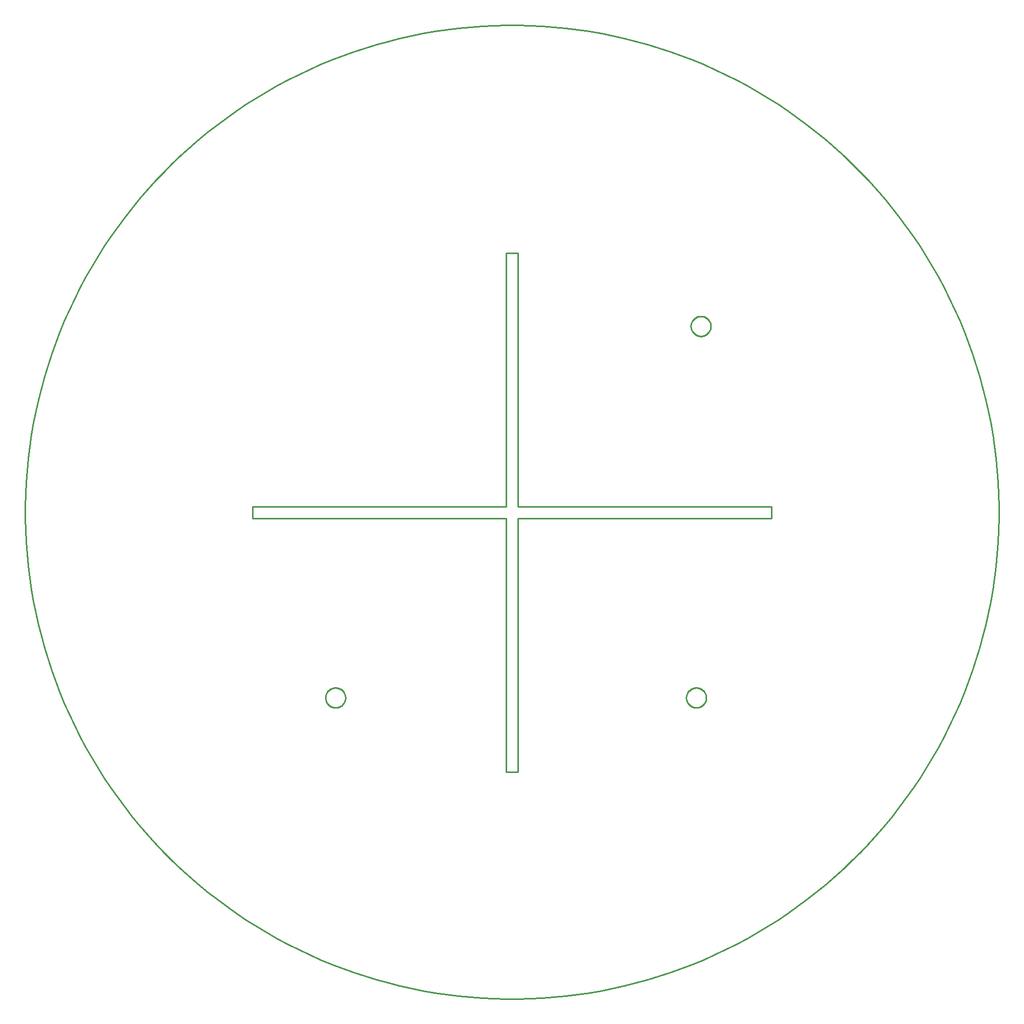
<source format=gbr>
G04 EAGLE Gerber RS-274X export*
G75*
%MOMM*%
%FSLAX34Y34*%
%LPD*%
%IN*%
%IPPOS*%
%AMOC8*
5,1,8,0,0,1.08239X$1,22.5*%
G01*
%ADD10C,0.254000*%


D10*
X1606226Y790106D02*
X1606226Y809894D01*
X1605740Y829677D01*
X1604769Y849442D01*
X1603313Y869177D01*
X1601374Y888871D01*
X1598951Y908511D01*
X1596048Y928085D01*
X1592665Y947583D01*
X1588804Y966991D01*
X1584468Y986299D01*
X1579660Y1005495D01*
X1574382Y1024567D01*
X1568638Y1043503D01*
X1562430Y1062293D01*
X1555764Y1080925D01*
X1548642Y1099388D01*
X1541069Y1117670D01*
X1533050Y1135762D01*
X1524589Y1153650D01*
X1515692Y1171326D01*
X1506363Y1188778D01*
X1496610Y1205996D01*
X1486436Y1222970D01*
X1475849Y1239688D01*
X1464855Y1256142D01*
X1453461Y1272321D01*
X1441673Y1288215D01*
X1429498Y1303816D01*
X1416944Y1319113D01*
X1404019Y1334097D01*
X1390729Y1348759D01*
X1377084Y1363091D01*
X1363091Y1377084D01*
X1348759Y1390729D01*
X1334097Y1404019D01*
X1319113Y1416944D01*
X1303816Y1429498D01*
X1288215Y1441673D01*
X1272321Y1453461D01*
X1256142Y1464855D01*
X1239688Y1475849D01*
X1222970Y1486436D01*
X1205996Y1496610D01*
X1188778Y1506363D01*
X1171326Y1515692D01*
X1153650Y1524589D01*
X1135762Y1533050D01*
X1117670Y1541069D01*
X1099388Y1548642D01*
X1080925Y1555764D01*
X1062293Y1562430D01*
X1043503Y1568638D01*
X1024567Y1574382D01*
X1005495Y1579660D01*
X986299Y1584468D01*
X966991Y1588804D01*
X947583Y1592665D01*
X928085Y1596048D01*
X908511Y1598951D01*
X888871Y1601374D01*
X869177Y1603313D01*
X849442Y1604769D01*
X829677Y1605740D01*
X809894Y1606226D01*
X790106Y1606226D01*
X770323Y1605740D01*
X750558Y1604769D01*
X730823Y1603313D01*
X711129Y1601374D01*
X691489Y1598951D01*
X671915Y1596048D01*
X652417Y1592665D01*
X633009Y1588804D01*
X613701Y1584468D01*
X594505Y1579660D01*
X575433Y1574382D01*
X556497Y1568638D01*
X537707Y1562430D01*
X519075Y1555764D01*
X500612Y1548642D01*
X482330Y1541069D01*
X464238Y1533050D01*
X446350Y1524589D01*
X428674Y1515692D01*
X411222Y1506363D01*
X394004Y1496610D01*
X377030Y1486436D01*
X360312Y1475849D01*
X343858Y1464855D01*
X327679Y1453461D01*
X311785Y1441673D01*
X296184Y1429498D01*
X280887Y1416944D01*
X265903Y1404019D01*
X251241Y1390729D01*
X236909Y1377084D01*
X222916Y1363091D01*
X209271Y1348759D01*
X195981Y1334097D01*
X183056Y1319113D01*
X170502Y1303816D01*
X158327Y1288215D01*
X146539Y1272321D01*
X135145Y1256142D01*
X124151Y1239688D01*
X113564Y1222970D01*
X103390Y1205996D01*
X93637Y1188778D01*
X84308Y1171326D01*
X75411Y1153650D01*
X66950Y1135762D01*
X58931Y1117670D01*
X51358Y1099388D01*
X44236Y1080925D01*
X37570Y1062293D01*
X31362Y1043503D01*
X25618Y1024567D01*
X20340Y1005495D01*
X15532Y986299D01*
X11196Y966991D01*
X7335Y947583D01*
X3952Y928085D01*
X1049Y908511D01*
X-1374Y888871D01*
X-3313Y869177D01*
X-4769Y849442D01*
X-5740Y829677D01*
X-6226Y809894D01*
X-6226Y790106D01*
X-5740Y770323D01*
X-4769Y750558D01*
X-3313Y730823D01*
X-1374Y711129D01*
X1049Y691489D01*
X3952Y671915D01*
X7335Y652417D01*
X11196Y633009D01*
X15532Y613701D01*
X20340Y594505D01*
X25618Y575433D01*
X31362Y556497D01*
X37570Y537707D01*
X44236Y519075D01*
X51358Y500612D01*
X58931Y482330D01*
X66950Y464238D01*
X75411Y446350D01*
X84308Y428674D01*
X93637Y411222D01*
X103390Y394004D01*
X113564Y377030D01*
X124151Y360312D01*
X135145Y343858D01*
X146539Y327679D01*
X158327Y311785D01*
X170502Y296184D01*
X183056Y280887D01*
X195981Y265903D01*
X209271Y251241D01*
X222916Y236909D01*
X236909Y222916D01*
X251241Y209271D01*
X265903Y195981D01*
X280887Y183056D01*
X296184Y170502D01*
X311785Y158327D01*
X327679Y146539D01*
X343858Y135145D01*
X360312Y124151D01*
X377030Y113564D01*
X394004Y103390D01*
X411222Y93637D01*
X428674Y84308D01*
X446350Y75411D01*
X464238Y66950D01*
X482330Y58931D01*
X500612Y51358D01*
X519075Y44236D01*
X537707Y37570D01*
X556497Y31362D01*
X575433Y25618D01*
X594505Y20340D01*
X613701Y15532D01*
X633009Y11196D01*
X652417Y7335D01*
X671915Y3952D01*
X691489Y1049D01*
X711129Y-1374D01*
X730823Y-3313D01*
X750558Y-4769D01*
X770323Y-5740D01*
X790106Y-6226D01*
X809894Y-6226D01*
X829677Y-5740D01*
X849442Y-4769D01*
X869177Y-3313D01*
X888871Y-1374D01*
X908511Y1049D01*
X928085Y3952D01*
X947583Y7335D01*
X966991Y11196D01*
X986299Y15532D01*
X1005495Y20340D01*
X1024567Y25618D01*
X1043503Y31362D01*
X1062293Y37570D01*
X1080925Y44236D01*
X1099388Y51358D01*
X1117670Y58931D01*
X1135762Y66950D01*
X1153650Y75411D01*
X1171326Y84308D01*
X1188778Y93637D01*
X1205996Y103390D01*
X1222970Y113564D01*
X1239688Y124151D01*
X1256142Y135145D01*
X1272321Y146539D01*
X1288215Y158327D01*
X1303816Y170502D01*
X1319113Y183056D01*
X1334097Y195981D01*
X1348759Y209271D01*
X1363091Y222916D01*
X1377084Y236909D01*
X1390729Y251241D01*
X1404019Y265903D01*
X1416944Y280887D01*
X1429498Y296184D01*
X1441673Y311785D01*
X1453461Y327679D01*
X1464855Y343858D01*
X1475849Y360312D01*
X1486436Y377030D01*
X1496610Y394004D01*
X1506363Y411222D01*
X1515692Y428674D01*
X1524589Y446350D01*
X1533050Y464238D01*
X1541069Y482330D01*
X1548642Y500612D01*
X1555764Y519075D01*
X1562430Y537707D01*
X1568638Y556497D01*
X1574382Y575433D01*
X1579660Y594505D01*
X1584468Y613701D01*
X1588804Y633009D01*
X1592665Y652417D01*
X1596048Y671915D01*
X1598951Y691489D01*
X1601374Y711129D01*
X1603313Y730823D01*
X1604769Y750558D01*
X1605740Y770323D01*
X1606226Y790106D01*
X370100Y789300D02*
X790100Y789300D01*
X790100Y369300D01*
X810100Y369300D01*
X810100Y789300D01*
X1230100Y789300D01*
X1230100Y809300D01*
X810100Y809300D01*
X810100Y1229300D01*
X790100Y1229300D01*
X790100Y809300D01*
X370100Y809300D01*
X370100Y789300D01*
X1093130Y481182D02*
X1092417Y481994D01*
X1091759Y482852D01*
X1091158Y483751D01*
X1090618Y484687D01*
X1090140Y485656D01*
X1089726Y486655D01*
X1089379Y487679D01*
X1089099Y488723D01*
X1088888Y489783D01*
X1088747Y490855D01*
X1088676Y491933D01*
X1088676Y493014D01*
X1088747Y494093D01*
X1088888Y495165D01*
X1089099Y496225D01*
X1089379Y497269D01*
X1089726Y498293D01*
X1090140Y499291D01*
X1090618Y500261D01*
X1091158Y501197D01*
X1091759Y502096D01*
X1092417Y502953D01*
X1093130Y503766D01*
X1093894Y504530D01*
X1094707Y505243D01*
X1095564Y505901D01*
X1096463Y506502D01*
X1097399Y507042D01*
X1098369Y507520D01*
X1099367Y507934D01*
X1100391Y508281D01*
X1101435Y508561D01*
X1102495Y508772D01*
X1103567Y508913D01*
X1104646Y508984D01*
X1105727Y508984D01*
X1106805Y508913D01*
X1107877Y508772D01*
X1108937Y508561D01*
X1109981Y508281D01*
X1111005Y507934D01*
X1112004Y507520D01*
X1112973Y507042D01*
X1113909Y506502D01*
X1114808Y505901D01*
X1115666Y505243D01*
X1116478Y504530D01*
X1117243Y503766D01*
X1117955Y502953D01*
X1118614Y502096D01*
X1119214Y501197D01*
X1119755Y500261D01*
X1120233Y499291D01*
X1120646Y498293D01*
X1120994Y497269D01*
X1121274Y496225D01*
X1121484Y495165D01*
X1121626Y494093D01*
X1121696Y493014D01*
X1121696Y491933D01*
X1121626Y490855D01*
X1121484Y489783D01*
X1121274Y488723D01*
X1120994Y487679D01*
X1120646Y486655D01*
X1120233Y485656D01*
X1119755Y484687D01*
X1119214Y483751D01*
X1118614Y482852D01*
X1117955Y481994D01*
X1117243Y481182D01*
X1116478Y480417D01*
X1115666Y479705D01*
X1114808Y479046D01*
X1113909Y478446D01*
X1112973Y477905D01*
X1112004Y477427D01*
X1111005Y477014D01*
X1109981Y476666D01*
X1108937Y476386D01*
X1107877Y476176D01*
X1106805Y476034D01*
X1105727Y475964D01*
X1104646Y475964D01*
X1103567Y476034D01*
X1102495Y476176D01*
X1101435Y476386D01*
X1100391Y476666D01*
X1099367Y477014D01*
X1098369Y477427D01*
X1097399Y477905D01*
X1096463Y478446D01*
X1095564Y479046D01*
X1094707Y479705D01*
X1093894Y480417D01*
X1093130Y481182D01*
X496422Y504530D02*
X497234Y505243D01*
X498092Y505901D01*
X498991Y506502D01*
X499927Y507042D01*
X500896Y507520D01*
X501895Y507934D01*
X502919Y508281D01*
X503963Y508561D01*
X505023Y508772D01*
X506095Y508913D01*
X507173Y508984D01*
X508254Y508984D01*
X509333Y508913D01*
X510405Y508772D01*
X511465Y508561D01*
X512509Y508281D01*
X513533Y507934D01*
X514531Y507520D01*
X515501Y507042D01*
X516437Y506502D01*
X517336Y505901D01*
X518193Y505243D01*
X519006Y504530D01*
X519770Y503766D01*
X520483Y502953D01*
X521141Y502096D01*
X521742Y501197D01*
X522282Y500261D01*
X522760Y499291D01*
X523174Y498293D01*
X523521Y497269D01*
X523801Y496225D01*
X524012Y495165D01*
X524153Y494093D01*
X524224Y493014D01*
X524224Y491933D01*
X524153Y490855D01*
X524012Y489783D01*
X523801Y488723D01*
X523521Y487679D01*
X523174Y486655D01*
X522760Y485656D01*
X522282Y484687D01*
X521742Y483751D01*
X521141Y482852D01*
X520483Y481994D01*
X519770Y481182D01*
X519006Y480417D01*
X518193Y479705D01*
X517336Y479046D01*
X516437Y478446D01*
X515501Y477905D01*
X514531Y477427D01*
X513533Y477014D01*
X512509Y476666D01*
X511465Y476386D01*
X510405Y476176D01*
X509333Y476034D01*
X508254Y475964D01*
X507173Y475964D01*
X506095Y476034D01*
X505023Y476176D01*
X503963Y476386D01*
X502919Y476666D01*
X501895Y477014D01*
X500896Y477427D01*
X499927Y477905D01*
X498991Y478446D01*
X498092Y479046D01*
X497234Y479705D01*
X496422Y480417D01*
X495657Y481182D01*
X494945Y481994D01*
X494286Y482852D01*
X493686Y483751D01*
X493145Y484687D01*
X492667Y485656D01*
X492254Y486655D01*
X491906Y487679D01*
X491626Y488723D01*
X491416Y489783D01*
X491274Y490855D01*
X491204Y491933D01*
X491204Y493014D01*
X491274Y494093D01*
X491416Y495165D01*
X491626Y496225D01*
X491906Y497269D01*
X492254Y498293D01*
X492667Y499291D01*
X493145Y500261D01*
X493686Y501197D01*
X494286Y502096D01*
X494945Y502953D01*
X495657Y503766D01*
X496422Y504530D01*
X1124098Y1095670D02*
X1123286Y1094957D01*
X1122428Y1094299D01*
X1121529Y1093698D01*
X1120593Y1093158D01*
X1119624Y1092680D01*
X1118625Y1092266D01*
X1117601Y1091919D01*
X1116557Y1091639D01*
X1115497Y1091428D01*
X1114425Y1091287D01*
X1113347Y1091216D01*
X1112266Y1091216D01*
X1111187Y1091287D01*
X1110115Y1091428D01*
X1109055Y1091639D01*
X1108011Y1091919D01*
X1106987Y1092266D01*
X1105989Y1092680D01*
X1105019Y1093158D01*
X1104083Y1093698D01*
X1103184Y1094299D01*
X1102327Y1094957D01*
X1101514Y1095670D01*
X1100750Y1096434D01*
X1100037Y1097247D01*
X1099379Y1098104D01*
X1098778Y1099003D01*
X1098238Y1099939D01*
X1097760Y1100909D01*
X1097346Y1101907D01*
X1096999Y1102931D01*
X1096719Y1103975D01*
X1096508Y1105035D01*
X1096367Y1106107D01*
X1096296Y1107186D01*
X1096296Y1108267D01*
X1096367Y1109345D01*
X1096508Y1110417D01*
X1096719Y1111477D01*
X1096999Y1112521D01*
X1097346Y1113545D01*
X1097760Y1114544D01*
X1098238Y1115513D01*
X1098778Y1116449D01*
X1099379Y1117348D01*
X1100037Y1118206D01*
X1100750Y1119018D01*
X1101514Y1119783D01*
X1102327Y1120495D01*
X1103184Y1121154D01*
X1104083Y1121754D01*
X1105019Y1122295D01*
X1105989Y1122773D01*
X1106987Y1123186D01*
X1108011Y1123534D01*
X1109055Y1123814D01*
X1110115Y1124024D01*
X1111187Y1124166D01*
X1112266Y1124236D01*
X1113347Y1124236D01*
X1114425Y1124166D01*
X1115497Y1124024D01*
X1116557Y1123814D01*
X1117601Y1123534D01*
X1118625Y1123186D01*
X1119624Y1122773D01*
X1120593Y1122295D01*
X1121529Y1121754D01*
X1122428Y1121154D01*
X1123286Y1120495D01*
X1124098Y1119783D01*
X1124863Y1119018D01*
X1125575Y1118206D01*
X1126234Y1117348D01*
X1126834Y1116449D01*
X1127375Y1115513D01*
X1127853Y1114544D01*
X1128266Y1113545D01*
X1128614Y1112521D01*
X1128894Y1111477D01*
X1129104Y1110417D01*
X1129246Y1109345D01*
X1129316Y1108267D01*
X1129316Y1107186D01*
X1129246Y1106107D01*
X1129104Y1105035D01*
X1128894Y1103975D01*
X1128614Y1102931D01*
X1128266Y1101907D01*
X1127853Y1100909D01*
X1127375Y1099939D01*
X1126834Y1099003D01*
X1126234Y1098104D01*
X1125575Y1097247D01*
X1124863Y1096434D01*
X1124098Y1095670D01*
M02*

</source>
